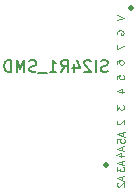
<source format=gbr>
G04 #@! TF.GenerationSoftware,KiCad,Pcbnew,(5.0.2)-1*
G04 #@! TF.CreationDate,2019-07-28T22:14:27+08:00*
G04 #@! TF.ProjectId,NRF24M,4e524632-344d-42e6-9b69-6361645f7063,rev?*
G04 #@! TF.SameCoordinates,Original*
G04 #@! TF.FileFunction,Legend,Bot*
G04 #@! TF.FilePolarity,Positive*
%FSLAX46Y46*%
G04 Gerber Fmt 4.6, Leading zero omitted, Abs format (unit mm)*
G04 Created by KiCad (PCBNEW (5.0.2)-1) date 2019-07-28 22:14:27*
%MOMM*%
%LPD*%
G01*
G04 APERTURE LIST*
%ADD10C,0.300000*%
%ADD11C,0.100000*%
%ADD12C,0.150000*%
G04 APERTURE END LIST*
D10*
X85976040Y-46262325D02*
X85880801Y-46357563D01*
X85976040Y-46452801D01*
X86071278Y-46357563D01*
X85976040Y-46262325D01*
X85976040Y-46452801D01*
D11*
X84761428Y-47010000D02*
X85361428Y-47210000D01*
X84761428Y-47410000D01*
X84800000Y-48617142D02*
X84771428Y-48560000D01*
X84771428Y-48474285D01*
X84800000Y-48388571D01*
X84857142Y-48331428D01*
X84914285Y-48302857D01*
X85028571Y-48274285D01*
X85114285Y-48274285D01*
X85228571Y-48302857D01*
X85285714Y-48331428D01*
X85342857Y-48388571D01*
X85371428Y-48474285D01*
X85371428Y-48531428D01*
X85342857Y-48617142D01*
X85314285Y-48645714D01*
X85114285Y-48645714D01*
X85114285Y-48531428D01*
X84781428Y-49490000D02*
X84781428Y-49890000D01*
X85381428Y-49632857D01*
X84781428Y-52402857D02*
X84781428Y-52117142D01*
X85067142Y-52088571D01*
X85038571Y-52117142D01*
X85010000Y-52174285D01*
X85010000Y-52317142D01*
X85038571Y-52374285D01*
X85067142Y-52402857D01*
X85124285Y-52431428D01*
X85267142Y-52431428D01*
X85324285Y-52402857D01*
X85352857Y-52374285D01*
X85381428Y-52317142D01*
X85381428Y-52174285D01*
X85352857Y-52117142D01*
X85324285Y-52088571D01*
X84771428Y-51114285D02*
X84771428Y-51000000D01*
X84800000Y-50942857D01*
X84828571Y-50914285D01*
X84914285Y-50857142D01*
X85028571Y-50828571D01*
X85257142Y-50828571D01*
X85314285Y-50857142D01*
X85342857Y-50885714D01*
X85371428Y-50942857D01*
X85371428Y-51057142D01*
X85342857Y-51114285D01*
X85314285Y-51142857D01*
X85257142Y-51171428D01*
X85114285Y-51171428D01*
X85057142Y-51142857D01*
X85028571Y-51114285D01*
X85000000Y-51057142D01*
X85000000Y-50942857D01*
X85028571Y-50885714D01*
X85057142Y-50857142D01*
X85114285Y-50828571D01*
X85001428Y-53524285D02*
X85401428Y-53524285D01*
X84772857Y-53381428D02*
X85201428Y-53238571D01*
X85201428Y-53610000D01*
X84781428Y-54630000D02*
X84781428Y-55001428D01*
X85010000Y-54801428D01*
X85010000Y-54887142D01*
X85038571Y-54944285D01*
X85067142Y-54972857D01*
X85124285Y-55001428D01*
X85267142Y-55001428D01*
X85324285Y-54972857D01*
X85352857Y-54944285D01*
X85381428Y-54887142D01*
X85381428Y-54715714D01*
X85352857Y-54658571D01*
X85324285Y-54630000D01*
X84848571Y-55898571D02*
X84820000Y-55927142D01*
X84791428Y-55984285D01*
X84791428Y-56127142D01*
X84820000Y-56184285D01*
X84848571Y-56212857D01*
X84905714Y-56241428D01*
X84962857Y-56241428D01*
X85048571Y-56212857D01*
X85391428Y-55870000D01*
X85391428Y-56241428D01*
X85270000Y-56951428D02*
X85270000Y-57237142D01*
X85441428Y-56894285D02*
X84841428Y-57094285D01*
X85441428Y-57294285D01*
X84841428Y-57780000D02*
X84841428Y-57494285D01*
X85127142Y-57465714D01*
X85098571Y-57494285D01*
X85070000Y-57551428D01*
X85070000Y-57694285D01*
X85098571Y-57751428D01*
X85127142Y-57780000D01*
X85184285Y-57808571D01*
X85327142Y-57808571D01*
X85384285Y-57780000D01*
X85412857Y-57751428D01*
X85441428Y-57694285D01*
X85441428Y-57551428D01*
X85412857Y-57494285D01*
X85384285Y-57465714D01*
X85210000Y-58151428D02*
X85210000Y-58437142D01*
X85381428Y-58094285D02*
X84781428Y-58294285D01*
X85381428Y-58494285D01*
X84981428Y-58951428D02*
X85381428Y-58951428D01*
X84752857Y-58808571D02*
X85181428Y-58665714D01*
X85181428Y-59037142D01*
X85230000Y-59371428D02*
X85230000Y-59657142D01*
X85401428Y-59314285D02*
X84801428Y-59514285D01*
X85401428Y-59714285D01*
X84801428Y-59857142D02*
X84801428Y-60228571D01*
X85030000Y-60028571D01*
X85030000Y-60114285D01*
X85058571Y-60171428D01*
X85087142Y-60200000D01*
X85144285Y-60228571D01*
X85287142Y-60228571D01*
X85344285Y-60200000D01*
X85372857Y-60171428D01*
X85401428Y-60114285D01*
X85401428Y-59942857D01*
X85372857Y-59885714D01*
X85344285Y-59857142D01*
X85220000Y-60671428D02*
X85220000Y-60957142D01*
X85391428Y-60614285D02*
X84791428Y-60814285D01*
X85391428Y-61014285D01*
X84848571Y-61185714D02*
X84820000Y-61214285D01*
X84791428Y-61271428D01*
X84791428Y-61414285D01*
X84820000Y-61471428D01*
X84848571Y-61500000D01*
X84905714Y-61528571D01*
X84962857Y-61528571D01*
X85048571Y-61500000D01*
X85391428Y-61157142D01*
X85391428Y-61528571D01*
D10*
X83860000Y-59574285D02*
X83764761Y-59669523D01*
X83860000Y-59764761D01*
X83955238Y-59669523D01*
X83860000Y-59574285D01*
X83860000Y-59764761D01*
G04 #@! TO.C,U2*
D12*
X84009952Y-51750861D02*
X83867095Y-51798480D01*
X83629000Y-51798480D01*
X83533761Y-51750861D01*
X83486142Y-51703242D01*
X83438523Y-51608004D01*
X83438523Y-51512766D01*
X83486142Y-51417528D01*
X83533761Y-51369909D01*
X83629000Y-51322290D01*
X83819476Y-51274671D01*
X83914714Y-51227052D01*
X83962333Y-51179433D01*
X84009952Y-51084195D01*
X84009952Y-50988957D01*
X83962333Y-50893719D01*
X83914714Y-50846100D01*
X83819476Y-50798480D01*
X83581380Y-50798480D01*
X83438523Y-50846100D01*
X83009952Y-51798480D02*
X83009952Y-50798480D01*
X82581380Y-50893719D02*
X82533761Y-50846100D01*
X82438523Y-50798480D01*
X82200428Y-50798480D01*
X82105190Y-50846100D01*
X82057571Y-50893719D01*
X82009952Y-50988957D01*
X82009952Y-51084195D01*
X82057571Y-51227052D01*
X82629000Y-51798480D01*
X82009952Y-51798480D01*
X81152809Y-51131814D02*
X81152809Y-51798480D01*
X81390904Y-50750861D02*
X81629000Y-51465147D01*
X81009952Y-51465147D01*
X80057571Y-51798480D02*
X80390904Y-51322290D01*
X80629000Y-51798480D02*
X80629000Y-50798480D01*
X80248047Y-50798480D01*
X80152809Y-50846100D01*
X80105190Y-50893719D01*
X80057571Y-50988957D01*
X80057571Y-51131814D01*
X80105190Y-51227052D01*
X80152809Y-51274671D01*
X80248047Y-51322290D01*
X80629000Y-51322290D01*
X79105190Y-51798480D02*
X79676619Y-51798480D01*
X79390904Y-51798480D02*
X79390904Y-50798480D01*
X79486142Y-50941338D01*
X79581380Y-51036576D01*
X79676619Y-51084195D01*
X78914714Y-51893719D02*
X78152809Y-51893719D01*
X77962333Y-51750861D02*
X77819476Y-51798480D01*
X77581380Y-51798480D01*
X77486142Y-51750861D01*
X77438523Y-51703242D01*
X77390904Y-51608004D01*
X77390904Y-51512766D01*
X77438523Y-51417528D01*
X77486142Y-51369909D01*
X77581380Y-51322290D01*
X77771857Y-51274671D01*
X77867095Y-51227052D01*
X77914714Y-51179433D01*
X77962333Y-51084195D01*
X77962333Y-50988957D01*
X77914714Y-50893719D01*
X77867095Y-50846100D01*
X77771857Y-50798480D01*
X77533761Y-50798480D01*
X77390904Y-50846100D01*
X76962333Y-51798480D02*
X76962333Y-50798480D01*
X76629000Y-51512766D01*
X76295666Y-50798480D01*
X76295666Y-51798480D01*
X75819476Y-51798480D02*
X75819476Y-50798480D01*
X75581380Y-50798480D01*
X75438523Y-50846100D01*
X75343285Y-50941338D01*
X75295666Y-51036576D01*
X75248047Y-51227052D01*
X75248047Y-51369909D01*
X75295666Y-51560385D01*
X75343285Y-51655623D01*
X75438523Y-51750861D01*
X75581380Y-51798480D01*
X75819476Y-51798480D01*
G04 #@! TD*
M02*

</source>
